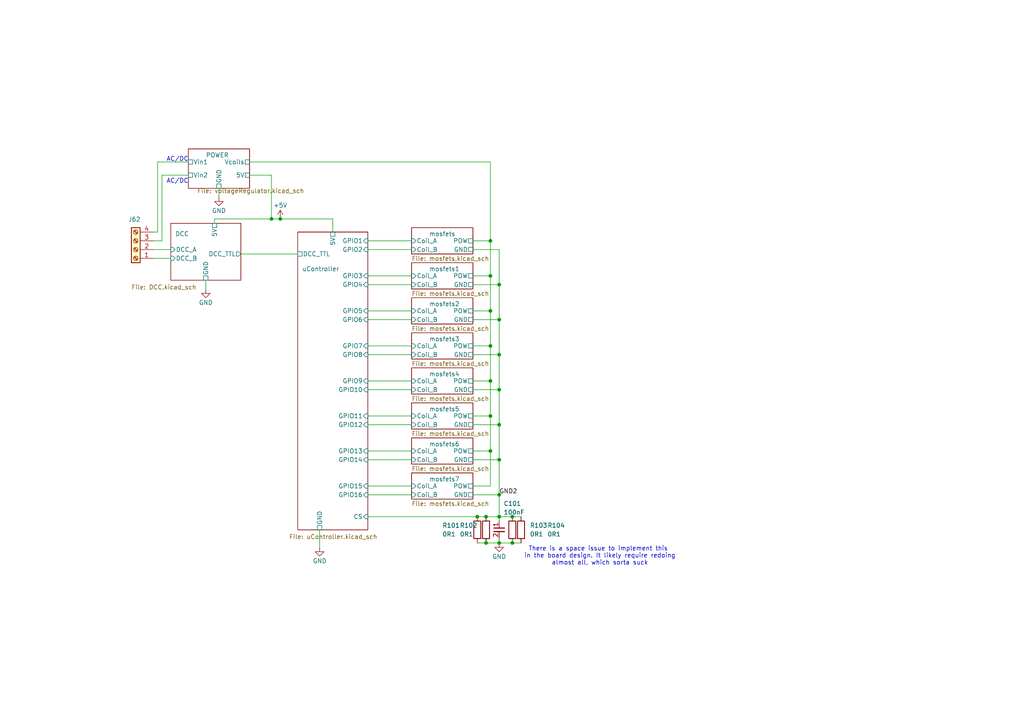
<source format=kicad_sch>
(kicad_sch (version 20231120) (generator "eeschema") (generator_version "8.0")
  (paper "A4")
  (lib_symbols
    (symbol "Connector:Screw_Terminal_01x04" (pin_names (offset 1.016) hide)
      (property "Reference" "J" (at 0 5.08 0))
      (property "Value" "Screw_Terminal_01x04" (at 0 -7.62 0))
      (symbol "Screw_Terminal_01x04_1_1"
        (rectangle (start -1.27 3.81) (end 1.27 -6.35) (stroke (width 0.254)) (fill (type background)))
        (circle (center 0 -5.08) (radius 0.635) (stroke (width 0.1524)))
        (circle (center 0 -2.54) (radius 0.635) (stroke (width 0.1524)))
        (polyline (pts (xy -0.5334 -4.7498) (xy 0.3302 -5.588)) (stroke (width 0.1524)))
        (polyline (pts (xy -0.5334 -2.2098) (xy 0.3302 -3.048)) (stroke (width 0.1524)))
        (polyline (pts (xy -0.5334 0.3302) (xy 0.3302 -0.508)) (stroke (width 0.1524)))
        (polyline (pts (xy -0.5334 2.8702) (xy 0.3302 2.032)) (stroke (width 0.1524)))
        (polyline (pts (xy -0.3556 -4.572) (xy 0.508 -5.4102)) (stroke (width 0.1524)))
        (polyline (pts (xy -0.3556 -2.032) (xy 0.508 -2.8702)) (stroke (width 0.1524)))
        (polyline (pts (xy -0.3556 0.508) (xy 0.508 -0.3302)) (stroke (width 0.1524)))
        (polyline (pts (xy -0.3556 3.048) (xy 0.508 2.2098)) (stroke (width 0.1524)))
        (circle (center 0 0) (radius 0.635) (stroke (width 0.1524)))
        (circle (center 0 2.54) (radius 0.635) (stroke (width 0.1524)))
        (pin passive line (at -5.08 2.54 0) (length 3.81) (name "Pin_1") (number "1"))
        (pin passive line (at -5.08 0 0) (length 3.81) (name "Pin_2") (number "2"))
        (pin passive line (at -5.08 -2.54 0) (length 3.81) (name "Pin_3") (number "3"))
        (pin passive line (at -5.08 -5.08 0) (length 3.81) (name "Pin_4") (number "4"))
      )
    )
    (symbol "capacitor_miscellaneous:C_0402_100nF"
      (property "Reference" "C" (at 1.27 2.54 0))
      (property "Value" "100nF" (at 3.81 -2.54 0))
      (symbol "C_0402_100nF_0_1"
        (polyline (pts (xy -1.524 -0.508) (xy 1.524 -0.508)) (stroke (width 0.3302)))
        (polyline (pts (xy -1.524 0.508) (xy 1.524 0.508)) (stroke (width 0.3048)))
      )
      (symbol "C_0402_100nF_1_1"
        (pin passive line (at 0 2.54 270) (length 2.032) (name "~") (number "1"))
        (pin passive line (at 0 -2.54 90) (length 2.032) (name "~") (number "2"))
      )
    )
    (symbol "power:+5V" (power) (pin_names (offset 0))
      (property "Value" "+5V" (at 0 3.556 0))
      (symbol "+5V_0_1"
        (polyline (pts (xy -0.762 1.27) (xy 0 2.54)))
        (polyline (pts (xy 0 0) (xy 0 2.54)))
        (polyline (pts (xy 0 2.54) (xy 0.762 1.27)))
      )
      (symbol "+5V_1_1"
        (pin power_in line (at 0 0 90) (length 0) hide (name "+5V") (number "1"))
      )
    )
    (symbol "power:GND" (power) (pin_names (offset 0))
      (property "Value" "GND" (at 0 -3.81 0))
      (symbol "GND_0_1"
        (polyline (pts (xy 0 0) (xy 0 -1.27) (xy 1.27 -1.27) (xy 0 -2.54) (xy -1.27 -1.27) (xy 0 -1.27)))
      )
      (symbol "GND_1_1"
        (pin power_in line (at 0 0 270) (length 0) hide (name "GND") (number "1"))
      )
    )
    (symbol "resistors_1206:R_0R1_1206" (pin_numbers hide) (pin_names (offset 0))
      (property "Reference" "R?" (at 1.778 1.2121 0))
      (property "Value" "0R1" (at 1.778 -1.2121 0))
      (symbol "R_0R1_1206_0_1"
        (rectangle (start -1.016 -2.54) (end 1.016 2.54) (stroke (width 0.254)))
      )
      (symbol "R_0R1_1206_1_1"
        (pin passive line (at 0 3.81 270) (length 1.27) (name "~") (number "1"))
        (pin passive line (at 0 -3.81 90) (length 1.27) (name "~") (number "2"))
      )
    )
  )
  (junction (at 144.78 149.86))
  (junction (at 138.43 149.86))
  (junction (at 140.97 149.86))
  (junction (at 142.24 100.33))
  (junction (at 148.59 149.86))
  (junction (at 142.24 110.49))
  (junction (at 144.78 102.87))
  (junction (at 142.24 69.85))
  (junction (at 142.24 130.81))
  (junction (at 142.24 80.01))
  (junction (at 144.78 92.71))
  (junction (at 81.28 63.5))
  (junction (at 144.78 157.48))
  (junction (at 144.78 143.51))
  (junction (at 144.78 82.55))
  (junction (at 140.97 157.48))
  (junction (at 142.24 90.17))
  (junction (at 144.78 133.35))
  (junction (at 144.78 123.19))
  (junction (at 142.24 120.65))
  (junction (at 148.59 157.48))
  (junction (at 78.74 63.5))
  (junction (at 144.78 113.03))
  (wire (pts (xy 46.99 69.85) (xy 44.45 69.85)))
  (wire (pts (xy 106.68 113.03) (xy 119.38 113.03)))
  (wire (pts (xy 63.5 54.61) (xy 63.5 57.15)))
  (wire (pts (xy 62.23 63.5) (xy 78.74 63.5)))
  (wire (pts (xy 142.24 110.49) (xy 137.16 110.49)))
  (wire (pts (xy 106.68 72.39) (xy 119.38 72.39)))
  (wire (pts (xy 62.23 64.77) (xy 62.23 63.5)))
  (wire (pts (xy 46.99 50.8) (xy 46.99 69.85)))
  (wire (pts (xy 72.39 50.8) (xy 78.74 50.8)))
  (wire (pts (xy 106.68 102.87) (xy 119.38 102.87)))
  (wire (pts (xy 106.68 110.49) (xy 119.38 110.49)))
  (wire (pts (xy 142.24 80.01) (xy 137.16 80.01)))
  (wire (pts (xy 137.16 82.55) (xy 144.78 82.55)))
  (wire (pts (xy 144.78 82.55) (xy 144.78 92.71)))
  (wire (pts (xy 142.24 120.65) (xy 142.24 110.49)))
  (wire (pts (xy 142.24 100.33) (xy 142.24 90.17)))
  (wire (pts (xy 54.61 46.99) (xy 45.72 46.99)))
  (wire (pts (xy 142.24 120.65) (xy 137.16 120.65)))
  (wire (pts (xy 144.78 72.39) (xy 144.78 82.55)))
  (wire (pts (xy 142.24 90.17) (xy 142.24 80.01)))
  (wire (pts (xy 137.16 143.51) (xy 144.78 143.51)))
  (wire (pts (xy 106.68 140.97) (xy 119.38 140.97)))
  (wire (pts (xy 96.52 63.5) (xy 96.52 67.31)))
  (wire (pts (xy 106.68 130.81) (xy 119.38 130.81)))
  (wire (pts (xy 72.39 46.99) (xy 142.24 46.99)))
  (wire (pts (xy 142.24 110.49) (xy 142.24 100.33)))
  (wire (pts (xy 46.99 50.8) (xy 54.61 50.8)))
  (wire (pts (xy 142.24 46.99) (xy 142.24 69.85)))
  (wire (pts (xy 142.24 100.33) (xy 137.16 100.33)))
  (wire (pts (xy 144.78 113.03) (xy 144.78 123.19)))
  (wire (pts (xy 138.43 157.48) (xy 140.97 157.48)))
  (wire (pts (xy 44.45 67.31) (xy 45.72 67.31)))
  (wire (pts (xy 44.45 72.39) (xy 49.53 72.39)))
  (wire (pts (xy 144.78 157.48) (xy 148.59 157.48)))
  (wire (pts (xy 140.97 149.86) (xy 144.78 149.86)))
  (wire (pts (xy 148.59 149.86) (xy 151.13 149.86)))
  (wire (pts (xy 142.24 90.17) (xy 137.16 90.17)))
  (wire (pts (xy 78.74 63.5) (xy 81.28 63.5)))
  (wire (pts (xy 137.16 140.97) (xy 142.24 140.97)))
  (wire (pts (xy 144.78 143.51) (xy 144.78 149.86)))
  (wire (pts (xy 106.68 143.51) (xy 119.38 143.51)))
  (wire (pts (xy 144.78 92.71) (xy 144.78 102.87)))
  (wire (pts (xy 144.78 133.35) (xy 144.78 143.51)))
  (wire (pts (xy 106.68 90.17) (xy 119.38 90.17)))
  (wire (pts (xy 142.24 130.81) (xy 137.16 130.81)))
  (wire (pts (xy 106.68 69.85) (xy 119.38 69.85)))
  (wire (pts (xy 78.74 50.8) (xy 78.74 63.5)))
  (wire (pts (xy 45.72 46.99) (xy 45.72 67.31)))
  (wire (pts (xy 137.16 133.35) (xy 144.78 133.35)))
  (wire (pts (xy 44.45 74.93) (xy 49.53 74.93)))
  (wire (pts (xy 144.78 149.86) (xy 144.78 151.13)))
  (wire (pts (xy 137.16 123.19) (xy 144.78 123.19)))
  (wire (pts (xy 106.68 80.01) (xy 119.38 80.01)))
  (wire (pts (xy 106.68 120.65) (xy 119.38 120.65)))
  (wire (pts (xy 81.28 63.5) (xy 96.52 63.5)))
  (wire (pts (xy 144.78 156.21) (xy 144.78 157.48)))
  (wire (pts (xy 92.71 153.67) (xy 92.71 158.75)))
  (wire (pts (xy 106.68 123.19) (xy 119.38 123.19)))
  (wire (pts (xy 106.68 100.33) (xy 119.38 100.33)))
  (wire (pts (xy 144.78 123.19) (xy 144.78 133.35)))
  (wire (pts (xy 138.43 149.86) (xy 140.97 149.86)))
  (wire (pts (xy 137.16 72.39) (xy 144.78 72.39)))
  (wire (pts (xy 140.97 157.48) (xy 144.78 157.48)))
  (wire (pts (xy 144.78 102.87) (xy 144.78 113.03)))
  (wire (pts (xy 144.78 149.86) (xy 148.59 149.86)))
  (wire (pts (xy 106.68 133.35) (xy 119.38 133.35)))
  (wire (pts (xy 69.85 73.66) (xy 86.36 73.66)))
  (wire (pts (xy 137.16 113.03) (xy 144.78 113.03)))
  (wire (pts (xy 142.24 80.01) (xy 142.24 69.85)))
  (wire (pts (xy 106.68 82.55) (xy 119.38 82.55)))
  (wire (pts (xy 142.24 69.85) (xy 137.16 69.85)))
  (wire (pts (xy 106.68 149.86) (xy 138.43 149.86)))
  (wire (pts (xy 148.59 157.48) (xy 151.13 157.48)))
  (wire (pts (xy 106.68 92.71) (xy 119.38 92.71)))
  (wire (pts (xy 59.69 81.28) (xy 59.69 83.82)))
  (wire (pts (xy 142.24 130.81) (xy 142.24 120.65)))
  (wire (pts (xy 137.16 102.87) (xy 144.78 102.87)))
  (wire (pts (xy 137.16 92.71) (xy 144.78 92.71)))
  (wire (pts (xy 142.24 140.97) (xy 142.24 130.81)))
  (text "AC/DC" (at 48.26 46.99 0) (effects (font (size 1.27 1.27)) (justify left bottom)))
  (text "AC/DC" (at 48.26 53.34 0) (effects (font (size 1.27 1.27)) (justify left bottom)))
  (text "There is a space issue to implement this \nin the board design. It likely require redoing\nalmost all, which sorta suck" (at 173.99 161.29 0) (effects (font (size 1.27 1.27))))
  (label "GND2" (at 144.78 143.51 0))
  (symbol (lib_id "power:GND") (at 63.5 57.15 0) (unit 1)
    (property "Reference" "#PWR03" (effects (hide yes)))
    (property "Value" "GND" (at 63.5 61.095 0))
  )
  (symbol (lib_id "power:GND") (at 92.71 158.75 0) (unit 1)
    (property "Reference" "#PWR08" (effects (hide yes)))
    (property "Value" "GND" (at 92.71 162.695 0))
  )
  (symbol (lib_id "resistors_1206:R_0R1_1206") (at 151.13 153.67 0) (unit 1)
    (property "Reference" "R104" (at 158.75 152.4 0) (effects (justify left)))
    (property "Value" "0R1" (at 158.75 154.94 0) (effects (justify left)))
    (property "Footprint" "Resistor_SMD:R_1206_3216Metric" (effects (hide yes)))
    (property "Description" "Resistor" (effects (hide yes)))
    (property "JLCPCB Part#" "C25334" (effects (hide yes)))
  )
  (symbol (lib_id "capacitor_miscellaneous:C_0402_100nF") (at 144.78 153.67 0) (unit 1)
    (property "Reference" "C101" (at 146.05 146.05 0) (effects (justify left)))
    (property "Value" "100nF" (at 146.05 148.59 0) (effects (justify left)))
    (property "Footprint" "Capacitor_SMD:C_0402_1005Metric" (effects (hide yes)))
    (property "JLCPCB Part#" "C307331" (effects (hide yes)))
  )
  (symbol (lib_id "resistors_1206:R_0R1_1206") (at 140.97 153.67 0) (unit 1)
    (property "Reference" "R102" (at 133.35 152.4 0) (effects (justify left)))
    (property "Value" "0R1" (at 133.35 154.94 0) (effects (justify left)))
    (property "Footprint" "Resistor_SMD:R_1206_3216Metric" (effects (hide yes)))
    (property "Description" "Resistor" (effects (hide yes)))
    (property "JLCPCB Part#" "C25334" (effects (hide yes)))
  )
  (symbol (lib_id "Connector:Screw_Terminal_01x04") (at 39.37 72.39 180) (unit 1)
    (property "Reference" "J62" (at 38.989 63.627 0))
    (property "Value" "Screw_Terminal_01x04" (effects (hide yes)))
    (property "Footprint" "Connector_Phoenix_MC:PhoenixContact_MC_1,5_4-G-3.5_1x04_P3.50mm_Horizontal" (effects (hide yes)))
    (property "JLCPCB Part#" "C395831" (effects (hide yes)))
  )
  (symbol (lib_id "power:GND") (at 59.69 83.82 0) (unit 1)
    (property "Reference" "#PWR07" (effects (hide yes)))
    (property "Value" "GND" (at 59.69 87.765 0))
  )
  (symbol (lib_id "power:+5V") (at 81.28 63.5 0) (unit 1)
    (property "Reference" "#PWR01" (effects (hide yes)))
    (property "Value" "+5V" (at 81.28 59.555 0))
  )
  (symbol (lib_id "power:GND") (at 144.78 157.48 0) (unit 1)
    (property "Reference" "#PWR02" (effects (hide yes)))
    (property "Value" "GND" (at 144.78 161.425 0))
  )
  (symbol (lib_id "resistors_1206:R_0R1_1206") (at 138.43 153.67 0) (unit 1)
    (property "Reference" "R101" (at 128.27 152.4 0) (effects (justify left)))
    (property "Value" "0R1" (at 128.27 154.94 0) (effects (justify left)))
    (property "Footprint" "Resistor_SMD:R_1206_3216Metric" (effects (hide yes)))
    (property "Description" "Resistor" (effects (hide yes)))
    (property "JLCPCB Part#" "C25334" (effects (hide yes)))
  )
  (symbol (lib_id "resistors_1206:R_0R1_1206") (at 148.59 153.67 0) (unit 1)
    (property "Reference" "R103" (at 153.67 152.4 0) (effects (justify left)))
    (property "Value" "0R1" (at 153.67 154.94 0) (effects (justify left)))
    (property "Footprint" "Resistor_SMD:R_1206_3216Metric" (effects (hide yes)))
    (property "Description" "Resistor" (effects (hide yes)))
    (property "JLCPCB Part#" "C25334" (effects (hide yes)))
  )
  (sheet (at 119.38 76.2) (size 17.78 7.62) (stroke (width 0.1524))
    (property "Sheetname" "mosfets1" (at 124.46 78.74 0) (effects (justify left bottom)))
    (property "Sheetfile" "mosfets.kicad_sch" (at 119.38 84.4046 0) (effects (justify left top)))
    (pin "GND" passive (at 137.16 82.55 0))
    (pin "Coil_B" input (at 119.38 82.55 180))
    (pin "Coil_A" input (at 119.38 80.01 180))
    (pin "POW" passive (at 137.16 80.01 0))
  )
  (sheet (at 119.38 66.04) (size 17.78 7.62) (stroke (width 0.1524))
    (property "Sheetname" "mosfets" (at 124.46 68.58 0) (effects (justify left bottom)))
    (property "Sheetfile" "mosfets.kicad_sch" (at 119.38 74.2446 0) (effects (justify left top)))
    (pin "GND" passive (at 137.16 72.39 0))
    (pin "Coil_B" input (at 119.38 72.39 180))
    (pin "Coil_A" input (at 119.38 69.85 180))
    (pin "POW" passive (at 137.16 69.85 0))
  )
  (sheet (at 119.38 86.36) (size 17.78 7.62) (stroke (width 0.1524))
    (property "Sheetname" "mosfets2" (at 124.46 88.9 0) (effects (justify left bottom)))
    (property "Sheetfile" "mosfets.kicad_sch" (at 119.38 94.5646 0) (effects (justify left top)))
    (pin "GND" passive (at 137.16 92.71 0))
    (pin "Coil_B" input (at 119.38 92.71 180))
    (pin "Coil_A" input (at 119.38 90.17 180))
    (pin "POW" passive (at 137.16 90.17 0))
  )
  (sheet (at 49.53 64.77) (size 20.32 16.51) (stroke (width 0.1524))
    (property "Sheetname" "DCC" (at 50.8 68.58 0) (effects (justify left bottom)))
    (property "Sheetfile" "DCC.kicad_sch" (at 38.1 82.55 0) (effects (justify left top)))
    (pin "DCC_TTL" output (at 69.85 73.66 0))
    (pin "GND" passive (at 59.69 81.28 270))
    (pin "DCC_A" input (at 49.53 72.39 180))
    (pin "DCC_B" input (at 49.53 74.93 180))
    (pin "5V" passive (at 62.23 64.77 90))
  )
  (sheet (at 119.38 127) (size 17.78 7.62) (stroke (width 0.1524))
    (property "Sheetname" "mosfets6" (at 124.46 129.54 0) (effects (justify left bottom)))
    (property "Sheetfile" "mosfets.kicad_sch" (at 119.38 135.2046 0) (effects (justify left top)))
    (pin "GND" passive (at 137.16 133.35 0))
    (pin "Coil_B" input (at 119.38 133.35 180))
    (pin "Coil_A" input (at 119.38 130.81 180))
    (pin "POW" passive (at 137.16 130.81 0))
  )
  (sheet (at 54.61 43.18) (size 17.78 11.43) (stroke (width 0.1524))
    (property "Sheetname" "POWER" (at 59.69 45.72 0) (effects (justify left bottom)))
    (property "Sheetfile" "voltageRegulator.kicad_sch" (at 57.15 54.61 0) (effects (justify left top)))
    (pin "GND" passive (at 63.5 54.61 270))
    (pin "Vin1" passive (at 54.61 46.99 180))
    (pin "5V" passive (at 72.39 50.8 0))
    (pin "Vcoils" passive (at 72.39 46.99 0))
    (pin "Vin2" passive (at 54.61 50.8 180))
  )
  (sheet (at 86.36 67.31) (size 20.32 86.36) (stroke (width 0.1524))
    (property "Sheetname" "uController" (at 87.63 78.74 0) (effects (justify left bottom)))
    (property "Sheetfile" "uController.kicad_sch" (at 83.82 154.94 0) (effects (justify left top)))
    (pin "GPIO6" input (at 106.68 92.71 0))
    (pin "GPIO5" input (at 106.68 90.17 0))
    (pin "GPIO4" input (at 106.68 82.55 0))
    (pin "GPIO15" input (at 106.68 140.97 0))
    (pin "GPIO16" input (at 106.68 143.51 0))
    (pin "GPIO13" input (at 106.68 130.81 0))
    (pin "GPIO14" input (at 106.68 133.35 0))
    (pin "GPIO12" input (at 106.68 123.19 0))
    (pin "GPIO11" input (at 106.68 120.65 0))
    (pin "GPIO10" input (at 106.68 113.03 0))
    (pin "GPIO7" input (at 106.68 100.33 0))
    (pin "GPIO9" input (at 106.68 110.49 0))
    (pin "GPIO8" input (at 106.68 102.87 0))
    (pin "GPIO3" input (at 106.68 80.01 0))
    (pin "GPIO1" input (at 106.68 69.85 0))
    (pin "GPIO2" input (at 106.68 72.39 0))
    (pin "DCC_TTL" passive (at 86.36 73.66 180))
    (pin "GND" passive (at 92.71 153.67 270))
    (pin "5V" passive (at 96.52 67.31 90))
    (pin "CS" input (at 106.68 149.86 0))
  )
  (sheet (at 119.38 96.52) (size 17.78 7.62) (stroke (width 0.1524))
    (property "Sheetname" "mosfets3" (at 124.46 99.06 0) (effects (justify left bottom)))
    (property "Sheetfile" "mosfets.kicad_sch" (at 119.38 104.7246 0) (effects (justify left top)))
    (pin "GND" passive (at 137.16 102.87 0))
    (pin "Coil_B" input (at 119.38 102.87 180))
    (pin "Coil_A" input (at 119.38 100.33 180))
    (pin "POW" passive (at 137.16 100.33 0))
  )
  (sheet (at 119.38 116.84) (size 17.78 7.62) (stroke (width 0.1524))
    (property "Sheetname" "mosfets5" (at 124.46 119.38 0) (effects (justify left bottom)))
    (property "Sheetfile" "mosfets.kicad_sch" (at 119.38 125.0446 0) (effects (justify left top)))
    (pin "GND" passive (at 137.16 123.19 0))
    (pin "Coil_B" input (at 119.38 123.19 180))
    (pin "Coil_A" input (at 119.38 120.65 180))
    (pin "POW" passive (at 137.16 120.65 0))
  )
  (sheet (at 119.38 106.68) (size 17.78 7.62) (stroke (width 0.1524))
    (property "Sheetname" "mosfets4" (at 124.46 109.22 0) (effects (justify left bottom)))
    (property "Sheetfile" "mosfets.kicad_sch" (at 119.38 114.8846 0) (effects (justify left top)))
    (pin "GND" passive (at 137.16 113.03 0))
    (pin "Coil_B" input (at 119.38 113.03 180))
    (pin "Coil_A" input (at 119.38 110.49 180))
    (pin "POW" passive (at 137.16 110.49 0))
  )
  (sheet (at 119.38 137.16) (size 17.78 7.62) (stroke (width 0.1524))
    (property "Sheetname" "mosfets7" (at 124.46 139.7 0) (effects (justify left bottom)))
    (property "Sheetfile" "mosfets.kicad_sch" (at 119.38 145.3646 0) (effects (justify left top)))
    (pin "GND" passive (at 137.16 143.51 0))
    (pin "Coil_B" input (at 119.38 143.51 180))
    (pin "Coil_A" input (at 119.38 140.97 180))
    (pin "POW" passive (at 137.16 140.97 0))
  )
)
</source>
